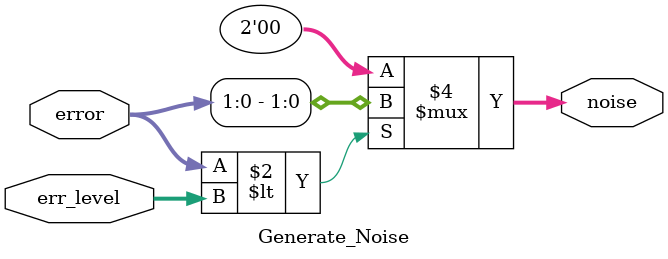
<source format=v>
`timescale 1ns / 1ps
module Generate_Noise(
    input [7:0] error,
    input [7:0] err_level,
    output reg [1:0] noise
    );
	 
	 always@(error)
	 begin
		if(error < err_level)
			noise = error[1:0];
		else
			noise = 2'b00;
	 end

endmodule

</source>
